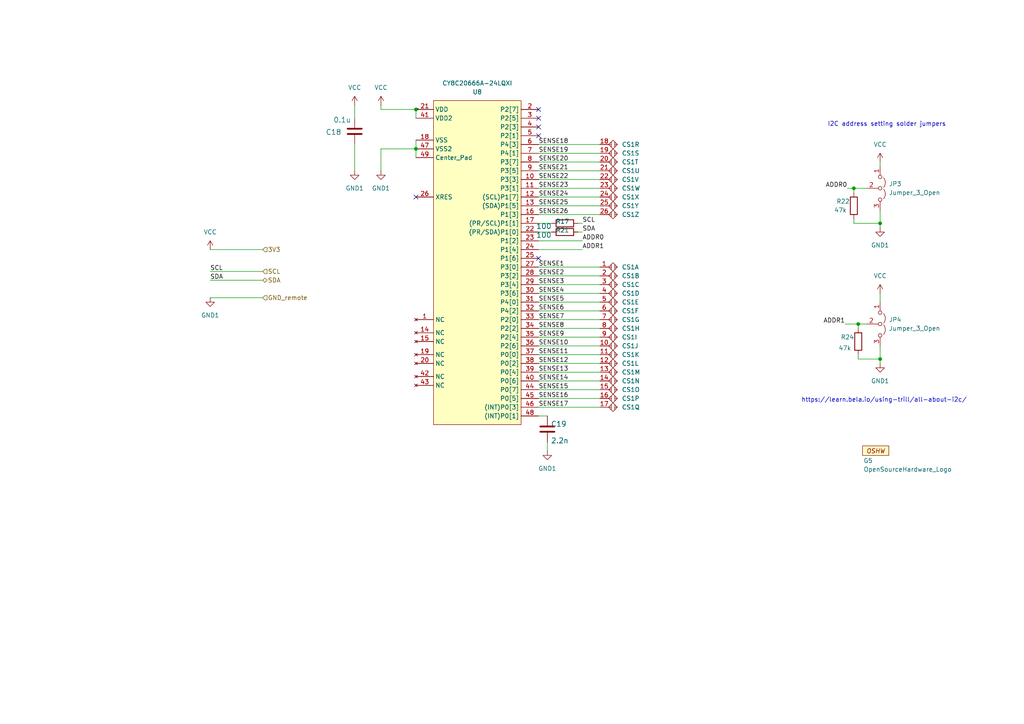
<source format=kicad_sch>
(kicad_sch (version 20250114) (generator "eeschema") (generator_version "9.0")
  (paper "A4")
  (title_block (title "Replacable LED COB Lamp") (date "2025-04-08") (rev "0") (company "WPI ECE2799 D25") (comment 1 "Raymond, Daniel") (comment 2 "Hogan, Rye") (comment 3 "Bryan, Tahje"))
  (lib_symbols
    (symbol "Bela:TRILL_BAR-26_CapSense" (in_bom no)
      (property "Reference" "CS" (at 4.699 -0.127 0))
      (symbol "TRILL_BAR-26_CapSense_0_1"
        (polyline (pts (xy 0 0) (xy 1.27 1.27) (xy 2.54 0) (xy 1.27 -1.27) (xy 0 0)))
        (polyline (pts (xy 0.762 0.762) (xy 0.762 -0.762)))
        (polyline (pts (xy 0.762 0) (xy 0 0)))
        (polyline (pts (xy 1.778 0.762) (xy 1.778 -0.762)))
        (polyline (pts (xy 2.54 0) (xy 1.778 0)))
      )
      (symbol "TRILL_BAR-26_CapSense_1_1"
        (pin input line (at -2.54 0 0) (length 2.54) (name "") (number "1"))
      )
      (symbol "TRILL_BAR-26_CapSense_2_1"
        (pin input line (at -2.54 0 0) (length 2.54) (name "") (number "2"))
      )
      (symbol "TRILL_BAR-26_CapSense_3_1"
        (pin input line (at -2.54 0 0) (length 2.54) (name "") (number "3"))
      )
      (symbol "TRILL_BAR-26_CapSense_4_1"
        (pin input line (at -2.54 0 0) (length 2.54) (name "") (number "4"))
      )
      (symbol "TRILL_BAR-26_CapSense_5_1"
        (pin input line (at -2.54 0 0) (length 2.54) (name "") (number "5"))
      )
      (symbol "TRILL_BAR-26_CapSense_6_1"
        (pin input line (at -2.54 0 0) (length 2.54) (name "") (number "6"))
      )
      (symbol "TRILL_BAR-26_CapSense_7_1"
        (pin input line (at -2.54 0 0) (length 2.54) (name "") (number "7"))
      )
      (symbol "TRILL_BAR-26_CapSense_8_1"
        (pin input line (at -2.54 0 0) (length 2.54) (name "") (number "8"))
      )
      (symbol "TRILL_BAR-26_CapSense_9_1"
        (pin input line (at -2.54 0 0) (length 2.54) (name "") (number "9"))
      )
      (symbol "TRILL_BAR-26_CapSense_10_1"
        (pin input line (at -2.54 0 0) (length 2.54) (name "") (number "10"))
      )
      (symbol "TRILL_BAR-26_CapSense_11_1"
        (pin input line (at -2.54 0 0) (length 2.54) (name "") (number "11"))
      )
      (symbol "TRILL_BAR-26_CapSense_12_1"
        (pin input line (at -2.54 0 0) (length 2.54) (name "") (number "12"))
      )
      (symbol "TRILL_BAR-26_CapSense_13_1"
        (pin input line (at -2.54 0 0) (length 2.54) (name "") (number "13"))
      )
      (symbol "TRILL_BAR-26_CapSense_14_1"
        (pin input line (at -2.54 0 0) (length 2.54) (name "") (number "14"))
      )
      (symbol "TRILL_BAR-26_CapSense_15_1"
        (pin input line (at -2.54 0 0) (length 2.54) (name "") (number "15"))
      )
      (symbol "TRILL_BAR-26_CapSense_16_1"
        (pin input line (at -2.54 0 0) (length 2.54) (name "") (number "16"))
      )
      (symbol "TRILL_BAR-26_CapSense_17_1"
        (pin input line (at -2.54 0 0) (length 2.54) (name "") (number "17"))
      )
      (symbol "TRILL_BAR-26_CapSense_18_1"
        (pin input line (at -2.54 0 0) (length 2.54) (name "") (number "18"))
      )
      (symbol "TRILL_BAR-26_CapSense_19_1"
        (pin input line (at -2.54 0 0) (length 2.54) (name "") (number "19"))
      )
      (symbol "TRILL_BAR-26_CapSense_20_1"
        (pin input line (at -2.54 0 0) (length 2.54) (name "") (number "20"))
      )
      (symbol "TRILL_BAR-26_CapSense_21_1"
        (pin input line (at -2.54 0 0) (length 2.54) (name "") (number "21"))
      )
      (symbol "TRILL_BAR-26_CapSense_22_1"
        (pin input line (at -2.54 0 0) (length 2.54) (name "") (number "22"))
      )
      (symbol "TRILL_BAR-26_CapSense_23_1"
        (pin input line (at -2.54 0 0) (length 2.54) (name "") (number "23"))
      )
      (symbol "TRILL_BAR-26_CapSense_24_1"
        (pin input line (at -2.54 0 0) (length 2.54) (name "") (number "24"))
      )
      (symbol "TRILL_BAR-26_CapSense_25_1"
        (pin input line (at -2.54 0 0) (length 2.54) (name "") (number "25"))
      )
      (symbol "TRILL_BAR-26_CapSense_26_1"
        (pin input line (at -2.54 0 0) (length 2.54) (name "") (number "26"))
      )
    )
    (symbol "Device:C" (pin_numbers (hide yes)) (pin_names (offset 0.254))
      (property "Reference" "C" (at 0.635 2.54 0))
      (property "Value" "C" (at 0.635 -2.54 0))
      (symbol "C_0_1"
        (polyline (pts (xy -2.032 0.762) (xy 2.032 0.762)) (stroke (width 0.508)))
        (polyline (pts (xy -2.032 -0.762) (xy 2.032 -0.762)) (stroke (width 0.508)))
      )
      (symbol "C_1_1"
        (pin passive line (at 0 3.81 270) (length 2.794) (name "~") (number "1"))
        (pin passive line (at 0 -3.81 90) (length 2.794) (name "~") (number "2"))
      )
    )
    (symbol "Device:R" (pin_numbers (hide yes)) (pin_names (offset 0))
      (property "Reference" "R" (at 2.032 0 90))
      (property "Value" "R" (at 0 0 90))
      (symbol "R_0_1"
        (rectangle (start -1.016 -2.54) (end 1.016 2.54) (stroke (width 0.254)))
      )
      (symbol "R_1_1"
        (pin passive line (at 0 3.81 270) (length 1.27) (name "~") (number "1"))
        (pin passive line (at 0 -3.81 90) (length 1.27) (name "~") (number "2"))
      )
    )
    (symbol "Jumper:Jumper_3_Open" (pin_names (offset 0) (hide yes)) (exclude_from_sim yes) (in_bom no)
      (property "Reference" "JP" (at -2.54 -2.54 0))
      (property "Value" "Jumper_3_Open" (at 0 2.794 0))
      (symbol "Jumper_3_Open_0_0"
        (circle (center -3.302 0) (radius 0.508))
        (circle (center 0 0) (radius 0.508))
        (circle (center 3.302 0) (radius 0.508))
      )
      (symbol "Jumper_3_Open_0_1"
        (arc (start -3.048 1.016) (mid -1.651 1.4992) (end -0.254 1.016))
        (polyline (pts (xy 0 -0.508) (xy 0 -1.27)))
        (arc (start 0.254 1.016) (mid 1.651 1.4992) (end 3.048 1.016))
      )
      (symbol "Jumper_3_Open_1_1"
        (pin passive line (at -6.35 0 0) (length 2.54) (name "A") (number "1"))
        (pin passive line (at 0 -3.81 90) (length 2.54) (name "C") (number "2"))
        (pin passive line (at 6.35 0 180) (length 2.54) (name "B") (number "3"))
      )
    )
    (symbol "TRILL:CY8C206X6A"
      (property "Reference" "U" (at 0 -53.34 0))
      (property "Value" "CY8C206X6A" (at 0 -50.8 0))
      (symbol "CY8C206X6A_0_1"
        (rectangle (start -12.7 45.72) (end 12.7 -48.26) (fill (type background)))
      )
      (symbol "CY8C206X6A_1_0"
        (pin power_in line (at -17.78 43.18 0) (length 5.08) (name "VDD") (number "21"))
        (pin power_in line (at -17.78 40.64 0) (length 5.08) (name "VDD2") (number "41"))
        (pin power_in line (at -17.78 34.29 0) (length 5.08) (name "VSS") (number "18"))
        (pin power_in line (at -17.78 31.75 0) (length 5.08) (name "VSS2") (number "47"))
        (pin power_in line (at -17.78 29.21 0) (length 5.08) (name "Center_Pad") (number "49"))
        (pin input line (at -17.78 17.78 0) (length 5.08) (name "XRES") (number "26"))
        (pin no_connect line (at -17.78 -17.78 0) (length 5.08) (name "NC") (number "1"))
        (pin no_connect line (at -17.78 -21.59 0) (length 5.08) (name "NC") (number "14"))
        (pin no_connect line (at -17.78 -24.13 0) (length 5.08) (name "NC") (number "15"))
        (pin no_connect line (at -17.78 -27.94 0) (length 5.08) (name "NC") (number "19"))
        (pin no_connect line (at -17.78 -30.48 0) (length 5.08) (name "NC") (number "20"))
        (pin no_connect line (at -17.78 -34.29 0) (length 5.08) (name "NC") (number "42"))
        (pin no_connect line (at -17.78 -36.83 0) (length 5.08) (name "NC") (number "43"))
        (pin bidirectional line (at 17.78 43.18 180) (length 5.08) (name "P2[7]") (number "2"))
        (pin bidirectional line (at 17.78 40.64 180) (length 5.08) (name "P2[5]") (number "3"))
        (pin bidirectional line (at 17.78 38.1 180) (length 5.08) (name "P2[3]") (number "4"))
        (pin bidirectional line (at 17.78 35.56 180) (length 5.08) (name "P2[1]") (number "5"))
        (pin bidirectional line (at 17.78 33.02 180) (length 5.08) (name "P4[3]") (number "6"))
        (pin bidirectional line (at 17.78 30.48 180) (length 5.08) (name "P4[1]") (number "7"))
        (pin bidirectional line (at 17.78 27.94 180) (length 5.08) (name "P3[7]") (number "8"))
        (pin bidirectional line (at 17.78 25.4 180) (length 5.08) (name "P3[5]") (number "9"))
        (pin bidirectional line (at 17.78 22.86 180) (length 5.08) (name "P3[3]") (number "10"))
        (pin bidirectional line (at 17.78 20.32 180) (length 5.08) (name "P3[1]") (number "11"))
        (pin bidirectional line (at 17.78 17.78 180) (length 5.08) (name "(SCL)P1[7]") (number "12"))
        (pin bidirectional line (at 17.78 15.24 180) (length 5.08) (name "(SDA)P1[5]") (number "13"))
        (pin bidirectional line (at 17.78 12.7 180) (length 5.08) (name "P1[3]") (number "16"))
        (pin bidirectional line (at 17.78 10.16 180) (length 5.08) (name "(PR/SCL)P1[1]") (number "17"))
        (pin bidirectional line (at 17.78 7.62 180) (length 5.08) (name "(PR/SDA)P1[0]") (number "22"))
        (pin bidirectional line (at 17.78 5.08 180) (length 5.08) (name "P1[2]") (number "23"))
        (pin bidirectional line (at 17.78 2.54 180) (length 5.08) (name "P1[4]") (number "24"))
        (pin bidirectional line (at 17.78 0 180) (length 5.08) (name "P1[6]") (number "25"))
        (pin bidirectional line (at 17.78 -2.54 180) (length 5.08) (name "P3[0]") (number "27"))
        (pin bidirectional line (at 17.78 -5.08 180) (length 5.08) (name "P3[2]") (number "28"))
        (pin bidirectional line (at 17.78 -7.62 180) (length 5.08) (name "P3[4]") (number "29"))
        (pin bidirectional line (at 17.78 -10.16 180) (length 5.08) (name "P3[6]") (number "30"))
        (pin bidirectional line (at 17.78 -12.7 180) (length 5.08) (name "P4[0]") (number "31"))
        (pin bidirectional line (at 17.78 -15.24 180) (length 5.08) (name "P4[2]") (number "32"))
        (pin bidirectional line (at 17.78 -17.78 180) (length 5.08) (name "P2[0]") (number "33"))
        (pin bidirectional line (at 17.78 -20.32 180) (length 5.08) (name "P2[2]") (number "34"))
        (pin bidirectional line (at 17.78 -22.86 180) (length 5.08) (name "P2[4]") (number "35"))
        (pin bidirectional line (at 17.78 -25.4 180) (length 5.08) (name "P2[6]") (number "36"))
        (pin bidirectional line (at 17.78 -27.94 180) (length 5.08) (name "P0[0]") (number "37"))
        (pin bidirectional line (at 17.78 -30.48 180) (length 5.08) (name "P0[2]") (number "38"))
        (pin bidirectional line (at 17.78 -33.02 180) (length 5.08) (name "P0[4]") (number "39"))
        (pin bidirectional line (at 17.78 -35.56 180) (length 5.08) (name "P0[6]") (number "40"))
        (pin bidirectional line (at 17.78 -38.1 180) (length 5.08) (name "P0[7]") (number "44"))
        (pin bidirectional line (at 17.78 -40.64 180) (length 5.08) (name "P0[5]") (number "45"))
        (pin bidirectional line (at 17.78 -43.18 180) (length 5.08) (name "(INT)P0[3]") (number "46"))
        (pin bidirectional line (at 17.78 -45.72 180) (length 5.08) (name "(INT)P0[1]") (number "48"))
      )
    )
    (symbol "TRILL:OpenSourceHardware_Logo" (pin_numbers (hide yes)) (pin_names (offset 0) (hide yes)) (in_bom no)
      (property "Reference" "G" (at 0 0 0))
      (property "Value" "OpenSourceHardware_Logo" (at 0.0508 1.9812 0))
      (symbol "OpenSourceHardware_Logo_0_0"
        (text "" (at -8.2804 -10.668 0) (effects (font (size 1.27 1.27))))
        (text "" (at -5.3594 -2.286 0) (effects (font (size 1.27 1.27))))
        (text "OSHW" (at 0 6.35 0) (effects (font (size 1.27 1.27) (italic yes))))
      )
      (symbol "OpenSourceHardware_Logo_0_1"
        (rectangle (start -3.81 7.8232) (end 3.81 5.08) (fill (type background)))
      )
    )
    (symbol "power:GND1" (power) (pin_numbers (hide yes)) (pin_names (offset 0) (hide yes))
      (property "Value" "GND1" (at 0 -3.81 0))
      (symbol "GND1_0_1"
        (polyline (pts (xy 0 0) (xy 0 -1.27) (xy 1.27 -1.27) (xy 0 -2.54) (xy -1.27 -1.27) (xy 0 -1.27)))
      )
      (symbol "GND1_1_1"
        (pin power_in line (at 0 0 270) (length 0) (name "~") (number "1"))
      )
    )
    (symbol "power:VCC" (power) (pin_numbers (hide yes)) (pin_names (offset 0) (hide yes))
      (property "Value" "VCC" (at 0 3.556 0))
      (symbol "VCC_0_1"
        (polyline (pts (xy -0.762 1.27) (xy 0 2.54)))
        (polyline (pts (xy 0 2.54) (xy 0.762 1.27)))
        (polyline (pts (xy 0 0) (xy 0 2.54)))
      )
      (symbol "VCC_1_1"
        (pin power_in line (at 0 0 90) (length 0) (name "~") (number "1"))
      )
    )
  )
  (text "I2C address setting solder jumpers" (at 240.03 36.83 0) (effects (font (size 1.27 1.27)) (justify left bottom)))
  (text "https://learn.bela.io/using-trill/all-about-i2c/" (at 232.41 116.84 0) (effects (font (size 1.27 1.27)) (justify left bottom)))
  (junction (at 120.65 43.18))
  (junction (at 247.65 54.61))
  (junction (at 120.65 31.75))
  (junction (at 248.92 93.98))
  (junction (at 255.27 104.14))
  (junction (at 255.27 64.77))
  (no_connect (at 156.21 31.75))
  (no_connect (at 120.65 57.15))
  (no_connect (at 156.21 74.93))
  (no_connect (at 156.21 34.29))
  (no_connect (at 156.21 36.83))
  (no_connect (at 156.21 39.37))
  (wire (pts (xy 156.21 118.11) (xy 173.99 118.11)))
  (wire (pts (xy 167.64 64.77) (xy 168.91 64.77)))
  (wire (pts (xy 248.92 102.87) (xy 248.92 104.14)))
  (wire (pts (xy 60.96 81.28) (xy 76.2 81.28)))
  (wire (pts (xy 255.27 104.14) (xy 255.27 105.41)))
  (wire (pts (xy 156.21 110.49) (xy 173.99 110.49)))
  (wire (pts (xy 156.21 49.53) (xy 173.99 49.53)))
  (wire (pts (xy 255.27 46.99) (xy 255.27 48.26)))
  (wire (pts (xy 60.96 78.74) (xy 76.2 78.74)))
  (wire (pts (xy 156.21 46.99) (xy 173.99 46.99)))
  (wire (pts (xy 156.21 87.63) (xy 173.99 87.63)))
  (wire (pts (xy 247.65 54.61) (xy 247.65 55.88)))
  (wire (pts (xy 247.65 64.77) (xy 255.27 64.77)))
  (wire (pts (xy 102.87 30.48) (xy 102.87 34.29)))
  (wire (pts (xy 60.96 86.36) (xy 76.2 86.36)))
  (wire (pts (xy 120.65 40.64) (xy 120.65 43.18)))
  (wire (pts (xy 110.49 31.75) (xy 110.49 30.48)))
  (wire (pts (xy 255.27 66.04) (xy 255.27 64.77)))
  (wire (pts (xy 120.65 43.18) (xy 120.65 45.72)))
  (wire (pts (xy 156.21 41.91) (xy 173.99 41.91)))
  (wire (pts (xy 156.21 102.87) (xy 173.99 102.87)))
  (wire (pts (xy 156.21 44.45) (xy 173.99 44.45)))
  (wire (pts (xy 156.21 90.17) (xy 173.99 90.17)))
  (wire (pts (xy 158.75 128.27) (xy 158.75 130.81)))
  (wire (pts (xy 156.21 105.41) (xy 173.99 105.41)))
  (wire (pts (xy 156.21 54.61) (xy 173.99 54.61)))
  (wire (pts (xy 156.21 64.77) (xy 160.02 64.77)))
  (wire (pts (xy 156.21 82.55) (xy 173.99 82.55)))
  (wire (pts (xy 156.21 77.47) (xy 173.99 77.47)))
  (wire (pts (xy 120.65 31.75) (xy 120.65 34.29)))
  (wire (pts (xy 255.27 104.14) (xy 248.92 104.14)))
  (wire (pts (xy 156.21 62.23) (xy 173.99 62.23)))
  (wire (pts (xy 156.21 107.95) (xy 173.99 107.95)))
  (wire (pts (xy 255.27 85.09) (xy 255.27 87.63)))
  (wire (pts (xy 60.96 72.39) (xy 76.2 72.39)))
  (wire (pts (xy 156.21 92.71) (xy 173.99 92.71)))
  (wire (pts (xy 255.27 60.96) (xy 255.27 64.77)))
  (wire (pts (xy 156.21 57.15) (xy 173.99 57.15)))
  (wire (pts (xy 245.11 93.98) (xy 248.92 93.98)))
  (wire (pts (xy 102.87 41.91) (xy 102.87 49.53)))
  (wire (pts (xy 110.49 49.53) (xy 110.49 43.18)))
  (wire (pts (xy 156.21 97.79) (xy 173.99 97.79)))
  (wire (pts (xy 156.21 115.57) (xy 173.99 115.57)))
  (wire (pts (xy 110.49 43.18) (xy 120.65 43.18)))
  (wire (pts (xy 255.27 100.33) (xy 255.27 104.14)))
  (wire (pts (xy 245.745 54.61) (xy 247.65 54.61)))
  (wire (pts (xy 248.92 93.98) (xy 251.46 93.98)))
  (wire (pts (xy 156.21 67.31) (xy 160.02 67.31)))
  (wire (pts (xy 156.21 120.65) (xy 158.75 120.65)))
  (wire (pts (xy 156.21 113.03) (xy 173.99 113.03)))
  (wire (pts (xy 247.65 63.5) (xy 247.65 64.77)))
  (wire (pts (xy 156.21 80.01) (xy 173.99 80.01)))
  (wire (pts (xy 156.21 72.39) (xy 168.91 72.39)))
  (wire (pts (xy 156.21 100.33) (xy 173.99 100.33)))
  (wire (pts (xy 247.65 54.61) (xy 251.46 54.61)))
  (wire (pts (xy 156.21 69.85) (xy 168.91 69.85)))
  (wire (pts (xy 156.21 59.69) (xy 173.99 59.69)))
  (wire (pts (xy 156.21 85.09) (xy 173.99 85.09)))
  (wire (pts (xy 248.92 93.98) (xy 248.92 95.25)))
  (wire (pts (xy 156.21 52.07) (xy 173.99 52.07)))
  (wire (pts (xy 156.21 95.25) (xy 173.99 95.25)))
  (wire (pts (xy 167.64 67.31) (xy 168.91 67.31)))
  (wire (pts (xy 110.49 31.75) (xy 120.65 31.75)))
  (label "SENSE13" (at 156.21 107.95 0))
  (label "SENSE22" (at 156.21 52.07 0))
  (label "SENSE8" (at 156.21 95.25 0))
  (label "ADDR1" (at 168.91 72.39 0))
  (label "ADDR0" (at 245.745 54.61 180))
  (label "SCL" (at 60.96 78.74 0))
  (label "ADDR1" (at 245.11 93.98 180))
  (label "SENSE2" (at 156.21 80.01 0))
  (label "SENSE4" (at 156.21 85.09 0))
  (label "SENSE1" (at 156.21 77.47 0))
  (label "SENSE25" (at 156.21 59.69 0))
  (label "SENSE19" (at 156.21 44.45 0))
  (label "SENSE5" (at 156.21 87.63 0))
  (label "SENSE12" (at 156.21 105.41 0))
  (label "SENSE7" (at 156.21 92.71 0))
  (label "SCL" (at 168.91 64.77 0))
  (label "SENSE23" (at 156.21 54.61 0))
  (label "SDA" (at 60.96 81.28 0))
  (label "SENSE3" (at 156.21 82.55 0))
  (label "SENSE9" (at 156.21 97.79 0))
  (label "SENSE16" (at 156.21 115.57 0))
  (label "SDA" (at 168.91 67.31 0))
  (label "SENSE20" (at 156.21 46.99 0))
  (label "SENSE26" (at 156.21 62.23 0))
  (label "SENSE21" (at 156.21 49.53 0))
  (label "SENSE10" (at 156.21 100.33 0))
  (label "SENSE6" (at 156.21 90.17 0))
  (label "SENSE17" (at 156.21 118.11 0))
  (label "SENSE24" (at 156.21 57.15 0))
  (label "SENSE18" (at 156.21 41.91 0))
  (label "SENSE14" (at 156.21 110.49 0))
  (label "SENSE11" (at 156.21 102.87 0))
  (label "VCC" (at 120.65 31.75 0) (effects (font (size 0.254 0.254))))
  (label "SENSE15" (at 156.21 113.03 0))
  (label "ADDR0" (at 168.91 69.85 0))
  (hierarchical_label "3V3" (shape input) (at 76.2 72.39 0))
  (hierarchical_label "GND_remote" (shape input) (at 76.2 86.36 0))
  (hierarchical_label "SDA" (shape bidirectional) (at 76.2 81.28 0))
  (hierarchical_label "SCL" (shape input) (at 76.2 78.74 0))
  (symbol (lib_id "Bela:TRILL_BAR-26_CapSense") (at 176.53 92.71 0) (unit 7) (in_bom no)
    (property "Reference" "CS1" (at 180.34 92.7099 0) (effects (justify left)))
    (property "Value" "TRILL_BAR-26_CapSense" (effects (hide yes)))
    (property "Footprint" "TRILL:TRILL_BAR_CapSense" (effects (hide yes)))
  )
  (symbol (lib_id "power:GND1") (at 110.49 49.53 0) (unit 1)
    (property "Reference" "#PWR058" (effects (hide yes)))
    (property "Value" "GND1" (at 110.49 54.61 0))
    (property "Description" "Power symbol creates a global label with name \"GND1\" , ground" (effects (hide yes)))
  )
  (symbol (lib_id "Bela:TRILL_BAR-26_CapSense") (at 176.53 118.11 0) (unit 17) (in_bom no)
    (property "Reference" "CS1" (at 180.34 118.1099 0) (effects (justify left)))
    (property "Value" "TRILL_BAR-26_CapSense" (effects (hide yes)))
    (property "Footprint" "TRILL:TRILL_BAR_CapSense" (effects (hide yes)))
  )
  (symbol (lib_id "power:GND1") (at 255.27 105.41 0) (unit 1)
    (property "Reference" "#PWR060" (effects (hide yes)))
    (property "Value" "GND1" (at 255.27 110.49 0))
    (property "Description" "Power symbol creates a global label with name \"GND1\" , ground" (effects (hide yes)))
  )
  (symbol (lib_id "Bela:TRILL_BAR-26_CapSense") (at 176.53 49.53 0) (unit 21) (in_bom no)
    (property "Reference" "CS1" (at 180.34 49.5299 0) (effects (justify left)))
    (property "Value" "TRILL_BAR-26_CapSense" (effects (hide yes)))
    (property "Footprint" "TRILL:TRILL_BAR_CapSense" (effects (hide yes)))
  )
  (symbol (lib_id "Bela:TRILL_BAR-26_CapSense") (at 176.53 85.09 0) (unit 4) (in_bom no)
    (property "Reference" "CS1" (at 180.34 85.0899 0) (effects (justify left)))
    (property "Value" "TRILL_BAR-26_CapSense" (effects (hide yes)))
    (property "Footprint" "TRILL:TRILL_BAR_CapSense" (effects (hide yes)))
  )
  (symbol (lib_id "power:GND1") (at 158.75 130.81 0) (unit 1)
    (property "Reference" "#PWR059" (effects (hide yes)))
    (property "Value" "GND1" (at 158.75 135.89 0))
    (property "Description" "Power symbol creates a global label with name \"GND1\" , ground" (effects (hide yes)))
  )
  (symbol (lib_id "Device:R") (at 247.65 59.69 0) (unit 1)
    (property "Reference" "R22" (at 242.57 58.42 0) (effects (justify left)))
    (property "Value" "47k" (at 241.935 60.96 0) (effects (justify left)))
    (property "Footprint" "Resistor_SMD:R_0603_1608Metric" (effects (hide yes)))
  )
  (symbol (lib_id "Device:C") (at 158.75 124.46 0) (unit 1)
    (property "Reference" "C19" (at 159.766 123.825 0) (effects (font (size 1.4986 1.4986)) (justify left bottom)))
    (property "Value" "2.2n" (at 159.766 128.651 0) (effects (font (size 1.4986 1.4986)) (justify left bottom)))
    (property "Footprint" "Capacitor_SMD:C_0603_1608Metric" (effects (hide yes)))
  )
  (symbol (lib_id "power:GND1") (at 60.96 86.36 0) (unit 1)
    (property "Reference" "#PWR029" (effects (hide yes)))
    (property "Value" "GND1" (at 60.96 91.44 0))
    (property "Description" "Power symbol creates a global label with name \"GND1\" , ground" (effects (hide yes)))
  )
  (symbol (lib_id "TRILL:OpenSourceHardware_Logo") (at 254 137.16 0) (unit 1) (in_bom no)
    (property "Reference" "G5" (at 250.444 133.604 0) (effects (justify left)))
    (property "Value" "OpenSourceHardware_Logo" (at 250.444 136.144 0) (effects (justify left)))
    (property "Footprint" "TRILL:OpenSourceHardware_Logo" (effects (hide yes)))
  )
  (symbol (lib_id "Jumper:Jumper_3_Open") (at 255.27 93.98 270) (unit 1) (exclude_from_sim yes) (in_bom no)
    (property "Reference" "JP4" (at 257.81 92.7099 90) (effects (justify left)))
    (property "Value" "Jumper_3_Open" (at 257.81 95.2499 90) (effects (justify left)))
    (property "Footprint" "Jumper:SolderJumper-3_P1.3mm_Open_RoundedPad1.0x1.5mm" (effects (hide yes)))
    (property "Description" "Jumper, 3-pole, both open" (effects (hide yes)))
  )
  (symbol (lib_id "Bela:TRILL_BAR-26_CapSense") (at 176.53 46.99 0) (unit 20) (in_bom no)
    (property "Reference" "CS1" (at 180.34 46.9899 0) (effects (justify left)))
    (property "Value" "TRILL_BAR-26_CapSense" (effects (hide yes)))
    (property "Footprint" "TRILL:TRILL_BAR_CapSense" (effects (hide yes)))
  )
  (symbol (lib_id "Bela:TRILL_BAR-26_CapSense") (at 176.53 82.55 0) (unit 3) (in_bom no)
    (property "Reference" "CS1" (at 180.34 82.5499 0) (effects (justify left)))
    (property "Value" "TRILL_BAR-26_CapSense" (effects (hide yes)))
    (property "Footprint" "TRILL:TRILL_BAR_CapSense" (effects (hide yes)))
  )
  (symbol (lib_id "Bela:TRILL_BAR-26_CapSense") (at 176.53 87.63 0) (unit 5) (in_bom no)
    (property "Reference" "CS1" (at 180.34 87.6299 0) (effects (justify left)))
    (property "Value" "TRILL_BAR-26_CapSense" (effects (hide yes)))
    (property "Footprint" "TRILL:TRILL_BAR_CapSense" (effects (hide yes)))
  )
  (symbol (lib_id "Device:R") (at 163.83 64.77 90) (unit 1)
    (property "Reference" "R17" (at 165.1 63.5 90) (effects (justify left bottom)))
    (property "Value" "100" (at 160.02 64.77 90) (effects (font (size 1.4986 1.4986)) (justify left bottom)))
    (property "Footprint" "Resistor_SMD:R_0603_1608Metric" (effects (hide yes)))
  )
  (symbol (lib_id "power:VCC") (at 110.49 30.48 0) (unit 1)
    (property "Reference" "#PWR026" (effects (hide yes)))
    (property "Value" "VCC" (at 110.49 25.4 0))
    (property "Description" "Power symbol creates a global label with name \"VCC\"" (effects (hide yes)))
  )
  (symbol (lib_id "power:GND1") (at 102.87 49.53 0) (unit 1)
    (property "Reference" "#PWR057" (effects (hide yes)))
    (property "Value" "GND1" (at 102.87 54.61 0))
    (property "Description" "Power symbol creates a global label with name \"GND1\" , ground" (effects (hide yes)))
  )
  (symbol (lib_id "Bela:TRILL_BAR-26_CapSense") (at 176.53 90.17 0) (unit 6) (in_bom no)
    (property "Reference" "CS1" (at 180.34 90.1699 0) (effects (justify left)))
    (property "Value" "TRILL_BAR-26_CapSense" (effects (hide yes)))
    (property "Footprint" "TRILL:TRILL_BAR_CapSense" (effects (hide yes)))
  )
  (symbol (lib_id "Bela:TRILL_BAR-26_CapSense") (at 176.53 113.03 0) (unit 15) (in_bom no)
    (property "Reference" "CS1" (at 180.34 113.0299 0) (effects (justify left)))
    (property "Value" "TRILL_BAR-26_CapSense" (effects (hide yes)))
    (property "Footprint" "TRILL:TRILL_BAR_CapSense" (effects (hide yes)))
  )
  (symbol (lib_id "Bela:TRILL_BAR-26_CapSense") (at 176.53 115.57 0) (unit 16) (in_bom no)
    (property "Reference" "CS1" (at 180.34 115.5699 0) (effects (justify left)))
    (property "Value" "TRILL_BAR-26_CapSense" (effects (hide yes)))
    (property "Footprint" "TRILL:TRILL_BAR_CapSense" (effects (hide yes)))
  )
  (symbol (lib_id "Bela:TRILL_BAR-26_CapSense") (at 176.53 107.95 0) (unit 13) (in_bom no)
    (property "Reference" "CS1" (at 180.34 107.9499 0) (effects (justify left)))
    (property "Value" "TRILL_BAR-26_CapSense" (effects (hide yes)))
    (property "Footprint" "TRILL:TRILL_BAR_CapSense" (effects (hide yes)))
  )
  (symbol (lib_id "Bela:TRILL_BAR-26_CapSense") (at 176.53 41.91 0) (unit 18) (in_bom no)
    (property "Reference" "CS1" (at 180.34 41.9099 0) (effects (justify left)))
    (property "Value" "TRILL_BAR-26_CapSense" (effects (hide yes)))
    (property "Footprint" "TRILL:TRILL_BAR_CapSense" (effects (hide yes)))
  )
  (symbol (lib_id "TRILL:CY8C206X6A") (at 138.43 74.93 0) (unit 1)
    (property "Reference" "U8" (at 138.43 26.67 0))
    (property "Value" "CY8C20666A-24LQXI" (at 138.43 24.13 0))
    (property "Footprint" "Package_DFN_QFN:QFN-48-1EP_6x6mm_P0.4mm_EP4.6x4.6mm" (effects (hide yes)))
    (property "Datasheet" "https://www.infineon.com/dgdl/Infineon-CY8C20XX6A_S_1.8_V_Programmable_CapSense_Controller_with_SmartSense_Auto-tuning_1-33_Buttons_0-6_Sliders-DataSheet-v26_00-EN.pdf?fileId=8ac78c8c7d0d8da4017d0ecc6dc04671" (effects (hide yes)))
  )
  (symbol (lib_id "power:VCC") (at 255.27 85.09 0) (unit 1)
    (property "Reference" "#PWR031" (effects (hide yes)))
    (property "Value" "VCC" (at 255.27 80.01 0))
    (property "Description" "Power symbol creates a global label with name \"VCC\"" (effects (hide yes)))
  )
  (symbol (lib_id "Device:R") (at 248.92 99.06 0) (unit 1)
    (property "Reference" "R24" (at 243.84 97.79 0) (effects (justify left)))
    (property "Value" "47k" (at 243.205 100.965 0) (effects (justify left)))
    (property "Footprint" "Resistor_SMD:R_0603_1608Metric" (effects (hide yes)))
  )
  (symbol (lib_id "power:GND1") (at 255.27 66.04 0) (unit 1)
    (property "Reference" "#PWR061" (effects (hide yes)))
    (property "Value" "GND1" (at 255.27 71.12 0))
    (property "Description" "Power symbol creates a global label with name \"GND1\" , ground" (effects (hide yes)))
  )
  (symbol (lib_id "Jumper:Jumper_3_Open") (at 255.27 54.61 270) (unit 1) (exclude_from_sim yes) (in_bom no)
    (property "Reference" "JP3" (at 257.81 53.3399 90) (effects (justify left)))
    (property "Value" "Jumper_3_Open" (at 257.81 55.8799 90) (effects (justify left)))
    (property "Footprint" "Jumper:SolderJumper-3_P1.3mm_Open_RoundedPad1.0x1.5mm" (effects (hide yes)))
    (property "Description" "Jumper, 3-pole, both open" (effects (hide yes)))
  )
  (symbol (lib_id "Bela:TRILL_BAR-26_CapSense") (at 176.53 102.87 0) (unit 11) (in_bom no)
    (property "Reference" "CS1" (at 180.34 102.8699 0) (effects (justify left)))
    (property "Value" "TRILL_BAR-26_CapSense" (effects (hide yes)))
    (property "Footprint" "TRILL:TRILL_BAR_CapSense" (effects (hide yes)))
  )
  (symbol (lib_id "Device:R") (at 163.83 67.31 90) (unit 1)
    (property "Reference" "R21" (at 165.1 66.04 90) (effects (justify left bottom)))
    (property "Value" "100" (at 160.02 67.31 90) (effects (font (size 1.4986 1.4986)) (justify left bottom)))
    (property "Footprint" "Resistor_SMD:R_0603_1608Metric" (effects (hide yes)))
  )
  (symbol (lib_id "power:VCC") (at 60.96 72.39 0) (unit 1)
    (property "Reference" "#PWR030" (effects (hide yes)))
    (property "Value" "VCC" (at 60.96 67.31 0))
    (property "Description" "Power symbol creates a global label with name \"VCC\"" (effects (hide yes)))
  )
  (symbol (lib_id "Bela:TRILL_BAR-26_CapSense") (at 176.53 77.47 0) (unit 1) (in_bom no)
    (property "Reference" "CS1" (at 180.34 77.4699 0) (effects (justify left)))
    (property "Value" "TRILL_BAR-26_CapSense" (effects (hide yes)))
    (property "Footprint" "TRILL:TRILL_BAR_CapSense" (effects (hide yes)))
  )
  (symbol (lib_id "Bela:TRILL_BAR-26_CapSense") (at 176.53 62.23 0) (unit 26) (in_bom no)
    (property "Reference" "CS1" (at 180.34 62.2299 0) (effects (justify left)))
    (property "Value" "TRILL_BAR-26_CapSense" (effects (hide yes)))
    (property "Footprint" "TRILL:TRILL_BAR_CapSense" (effects (hide yes)))
  )
  (symbol (lib_id "Bela:TRILL_BAR-26_CapSense") (at 176.53 54.61 0) (unit 23) (in_bom no)
    (property "Reference" "CS1" (at 180.34 54.6099 0) (effects (justify left)))
    (property "Value" "TRILL_BAR-26_CapSense" (effects (hide yes)))
    (property "Footprint" "TRILL:TRILL_BAR_CapSense" (effects (hide yes)))
  )
  (symbol (lib_id "Bela:TRILL_BAR-26_CapSense") (at 176.53 100.33 0) (unit 10) (in_bom no)
    (property "Reference" "CS1" (at 180.34 100.3299 0) (effects (justify left)))
    (property "Value" "TRILL_BAR-26_CapSense" (effects (hide yes)))
    (property "Footprint" "TRILL:TRILL_BAR_CapSense" (effects (hide yes)))
  )
  (symbol (lib_id "Bela:TRILL_BAR-26_CapSense") (at 176.53 44.45 0) (unit 19) (in_bom no)
    (property "Reference" "CS1" (at 180.34 44.4499 0) (effects (justify left)))
    (property "Value" "TRILL_BAR-26_CapSense" (effects (hide yes)))
    (property "Footprint" "TRILL:TRILL_BAR_CapSense" (effects (hide yes)))
  )
  (symbol (lib_id "Bela:TRILL_BAR-26_CapSense") (at 176.53 105.41 0) (unit 12) (in_bom no)
    (property "Reference" "CS1" (at 180.34 105.4099 0) (effects (justify left)))
    (property "Value" "TRILL_BAR-26_CapSense" (effects (hide yes)))
    (property "Footprint" "TRILL:TRILL_BAR_CapSense" (effects (hide yes)))
  )
  (symbol (lib_id "Bela:TRILL_BAR-26_CapSense") (at 176.53 80.01 0) (unit 2) (in_bom no)
    (property "Reference" "CS1" (at 180.34 80.0099 0) (effects (justify left)))
    (property "Value" "TRILL_BAR-26_CapSense" (effects (hide yes)))
    (property "Footprint" "TRILL:TRILL_BAR_CapSense" (effects (hide yes)))
  )
  (symbol (lib_id "power:VCC") (at 102.87 30.48 0) (unit 1)
    (property "Reference" "#PWR025" (effects (hide yes)))
    (property "Value" "VCC" (at 102.87 25.4 0))
    (property "Description" "Power symbol creates a global label with name \"VCC\"" (effects (hide yes)))
  )
  (symbol (lib_id "Device:C") (at 102.87 38.1 180) (unit 1)
    (property "Reference" "C18" (at 99.06 37.465 0) (effects (font (size 1.4986 1.4986)) (justify left bottom)))
    (property "Value" "0.1u" (at 101.854 33.909 0) (effects (font (size 1.4986 1.4986)) (justify left bottom)))
    (property "Footprint" "Capacitor_SMD:C_0603_1608Metric" (effects (hide yes)))
  )
  (symbol (lib_id "Bela:TRILL_BAR-26_CapSense") (at 176.53 52.07 0) (unit 22) (in_bom no)
    (property "Reference" "CS1" (at 180.34 52.0699 0) (effects (justify left)))
    (property "Value" "TRILL_BAR-26_CapSense" (effects (hide yes)))
    (property "Footprint" "TRILL:TRILL_BAR_CapSense" (effects (hide yes)))
  )
  (symbol (lib_id "power:VCC") (at 255.27 46.99 0) (unit 1)
    (property "Reference" "#PWR028" (effects (hide yes)))
    (property "Value" "VCC" (at 255.27 41.91 0))
    (property "Description" "Power symbol creates a global label with name \"VCC\"" (effects (hide yes)))
  )
  (symbol (lib_id "Bela:TRILL_BAR-26_CapSense") (at 176.53 95.25 0) (unit 8) (in_bom no)
    (property "Reference" "CS1" (at 180.34 95.2499 0) (effects (justify left)))
    (property "Value" "TRILL_BAR-26_CapSense" (effects (hide yes)))
    (property "Footprint" "TRILL:TRILL_BAR_CapSense" (effects (hide yes)))
  )
  (symbol (lib_id "Bela:TRILL_BAR-26_CapSense") (at 176.53 97.79 0) (unit 9) (in_bom no)
    (property "Reference" "CS1" (at 180.34 97.7899 0) (effects (justify left)))
    (property "Value" "TRILL_BAR-26_CapSense" (effects (hide yes)))
    (property "Footprint" "TRILL:TRILL_BAR_CapSense" (effects (hide yes)))
  )
  (symbol (lib_id "Bela:TRILL_BAR-26_CapSense") (at 176.53 59.69 0) (unit 25) (in_bom no)
    (property "Reference" "CS1" (at 180.34 59.6899 0) (effects (justify left)))
    (property "Value" "TRILL_BAR-26_CapSense" (effects (hide yes)))
    (property "Footprint" "TRILL:TRILL_BAR_CapSense" (effects (hide yes)))
  )
  (symbol (lib_id "Bela:TRILL_BAR-26_CapSense") (at 176.53 57.15 0) (unit 24) (in_bom no)
    (property "Reference" "CS1" (at 180.34 57.1499 0) (effects (justify left)))
    (property "Value" "TRILL_BAR-26_CapSense" (effects (hide yes)))
    (property "Footprint" "TRILL:TRILL_BAR_CapSense" (effects (hide yes)))
  )
  (symbol (lib_id "Bela:TRILL_BAR-26_CapSense") (at 176.53 110.49 0) (unit 14) (in_bom no)
    (property "Reference" "CS1" (at 180.34 110.4899 0) (effects (justify left)))
    (property "Value" "TRILL_BAR-26_CapSense" (effects (hide yes)))
    (property "Footprint" "TRILL:TRILL_BAR_CapSense" (effects (hide yes)))
  )
)
</source>
